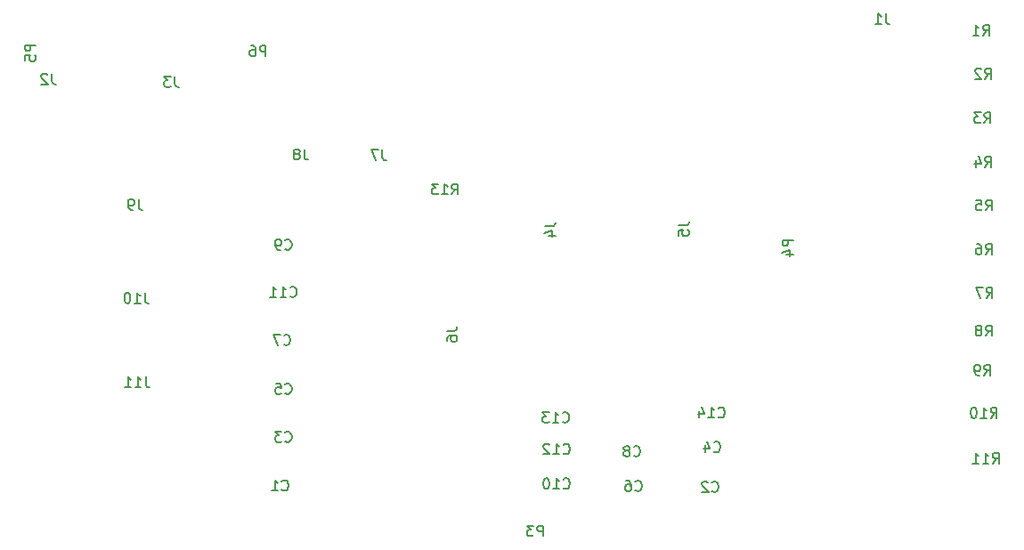
<source format=gbr>
G04 #@! TF.GenerationSoftware,KiCad,Pcbnew,(5.1.5-0-10_14)*
G04 #@! TF.CreationDate,2021-10-24T15:57:11+10:00*
G04 #@! TF.ProjectId,Hornet Forward Input Shield,486f726e-6574-4204-966f-727761726420,rev?*
G04 #@! TF.SameCoordinates,Original*
G04 #@! TF.FileFunction,Legend,Bot*
G04 #@! TF.FilePolarity,Positive*
%FSLAX46Y46*%
G04 Gerber Fmt 4.6, Leading zero omitted, Abs format (unit mm)*
G04 Created by KiCad (PCBNEW (5.1.5-0-10_14)) date 2021-10-24 15:57:11*
%MOMM*%
%LPD*%
G04 APERTURE LIST*
%ADD10C,0.150000*%
G04 APERTURE END LIST*
D10*
X166393880Y-100314166D02*
X167108166Y-100314166D01*
X167251023Y-100266547D01*
X167346261Y-100171309D01*
X167393880Y-100028452D01*
X167393880Y-99933214D01*
X166393880Y-101218928D02*
X166393880Y-101028452D01*
X166441500Y-100933214D01*
X166489119Y-100885595D01*
X166631976Y-100790357D01*
X166822452Y-100742738D01*
X167203404Y-100742738D01*
X167298642Y-100790357D01*
X167346261Y-100837976D01*
X167393880Y-100933214D01*
X167393880Y-101123690D01*
X167346261Y-101218928D01*
X167298642Y-101266547D01*
X167203404Y-101314166D01*
X166965309Y-101314166D01*
X166870071Y-101266547D01*
X166822452Y-101218928D01*
X166774833Y-101123690D01*
X166774833Y-100933214D01*
X166822452Y-100837976D01*
X166870071Y-100790357D01*
X166965309Y-100742738D01*
X152860333Y-83018380D02*
X152860333Y-83732666D01*
X152907952Y-83875523D01*
X153003190Y-83970761D01*
X153146047Y-84018380D01*
X153241285Y-84018380D01*
X152241285Y-83446952D02*
X152336523Y-83399333D01*
X152384142Y-83351714D01*
X152431761Y-83256476D01*
X152431761Y-83208857D01*
X152384142Y-83113619D01*
X152336523Y-83066000D01*
X152241285Y-83018380D01*
X152050809Y-83018380D01*
X151955571Y-83066000D01*
X151907952Y-83113619D01*
X151860333Y-83208857D01*
X151860333Y-83256476D01*
X151907952Y-83351714D01*
X151955571Y-83399333D01*
X152050809Y-83446952D01*
X152241285Y-83446952D01*
X152336523Y-83494571D01*
X152384142Y-83542190D01*
X152431761Y-83637428D01*
X152431761Y-83827904D01*
X152384142Y-83923142D01*
X152336523Y-83970761D01*
X152241285Y-84018380D01*
X152050809Y-84018380D01*
X151955571Y-83970761D01*
X151907952Y-83923142D01*
X151860333Y-83827904D01*
X151860333Y-83637428D01*
X151907952Y-83542190D01*
X151955571Y-83494571D01*
X152050809Y-83446952D01*
X166885857Y-87320380D02*
X167219190Y-86844190D01*
X167457285Y-87320380D02*
X167457285Y-86320380D01*
X167076333Y-86320380D01*
X166981095Y-86368000D01*
X166933476Y-86415619D01*
X166885857Y-86510857D01*
X166885857Y-86653714D01*
X166933476Y-86748952D01*
X166981095Y-86796571D01*
X167076333Y-86844190D01*
X167457285Y-86844190D01*
X165933476Y-87320380D02*
X166504904Y-87320380D01*
X166219190Y-87320380D02*
X166219190Y-86320380D01*
X166314428Y-86463238D01*
X166409666Y-86558476D01*
X166504904Y-86606095D01*
X165600142Y-86320380D02*
X164981095Y-86320380D01*
X165314428Y-86701333D01*
X165171571Y-86701333D01*
X165076333Y-86748952D01*
X165028714Y-86796571D01*
X164981095Y-86891809D01*
X164981095Y-87129904D01*
X165028714Y-87225142D01*
X165076333Y-87272761D01*
X165171571Y-87320380D01*
X165457285Y-87320380D01*
X165552523Y-87272761D01*
X165600142Y-87225142D01*
X160289833Y-83081880D02*
X160289833Y-83796166D01*
X160337452Y-83939023D01*
X160432690Y-84034261D01*
X160575547Y-84081880D01*
X160670785Y-84081880D01*
X159908880Y-83081880D02*
X159242214Y-83081880D01*
X159670785Y-84081880D01*
X140541333Y-76096880D02*
X140541333Y-76811166D01*
X140588952Y-76954023D01*
X140684190Y-77049261D01*
X140827047Y-77096880D01*
X140922285Y-77096880D01*
X140160380Y-76096880D02*
X139541333Y-76096880D01*
X139874666Y-76477833D01*
X139731809Y-76477833D01*
X139636571Y-76525452D01*
X139588952Y-76573071D01*
X139541333Y-76668309D01*
X139541333Y-76906404D01*
X139588952Y-77001642D01*
X139636571Y-77049261D01*
X139731809Y-77096880D01*
X140017523Y-77096880D01*
X140112761Y-77049261D01*
X140160380Y-77001642D01*
X128857333Y-75842880D02*
X128857333Y-76557166D01*
X128904952Y-76700023D01*
X129000190Y-76795261D01*
X129143047Y-76842880D01*
X129238285Y-76842880D01*
X128428761Y-75938119D02*
X128381142Y-75890500D01*
X128285904Y-75842880D01*
X128047809Y-75842880D01*
X127952571Y-75890500D01*
X127904952Y-75938119D01*
X127857333Y-76033357D01*
X127857333Y-76128595D01*
X127904952Y-76271452D01*
X128476380Y-76842880D01*
X127857333Y-76842880D01*
X137779023Y-104671880D02*
X137779023Y-105386166D01*
X137826642Y-105529023D01*
X137921880Y-105624261D01*
X138064738Y-105671880D01*
X138159976Y-105671880D01*
X136779023Y-105671880D02*
X137350452Y-105671880D01*
X137064738Y-105671880D02*
X137064738Y-104671880D01*
X137159976Y-104814738D01*
X137255214Y-104909976D01*
X137350452Y-104957595D01*
X135826642Y-105671880D02*
X136398071Y-105671880D01*
X136112357Y-105671880D02*
X136112357Y-104671880D01*
X136207595Y-104814738D01*
X136302833Y-104909976D01*
X136398071Y-104957595D01*
X137716023Y-96670880D02*
X137716023Y-97385166D01*
X137763642Y-97528023D01*
X137858880Y-97623261D01*
X138001738Y-97670880D01*
X138096976Y-97670880D01*
X136716023Y-97670880D02*
X137287452Y-97670880D01*
X137001738Y-97670880D02*
X137001738Y-96670880D01*
X137096976Y-96813738D01*
X137192214Y-96908976D01*
X137287452Y-96956595D01*
X136096976Y-96670880D02*
X136001738Y-96670880D01*
X135906500Y-96718500D01*
X135858880Y-96766119D01*
X135811261Y-96861357D01*
X135763642Y-97051833D01*
X135763642Y-97289928D01*
X135811261Y-97480404D01*
X135858880Y-97575642D01*
X135906500Y-97623261D01*
X136001738Y-97670880D01*
X136096976Y-97670880D01*
X136192214Y-97623261D01*
X136239833Y-97575642D01*
X136287452Y-97480404D01*
X136335071Y-97289928D01*
X136335071Y-97051833D01*
X136287452Y-96861357D01*
X136239833Y-96766119D01*
X136192214Y-96718500D01*
X136096976Y-96670880D01*
X137112333Y-87780880D02*
X137112333Y-88495166D01*
X137159952Y-88638023D01*
X137255190Y-88733261D01*
X137398047Y-88780880D01*
X137493285Y-88780880D01*
X136588523Y-88780880D02*
X136398047Y-88780880D01*
X136302809Y-88733261D01*
X136255190Y-88685642D01*
X136159952Y-88542785D01*
X136112333Y-88352309D01*
X136112333Y-87971357D01*
X136159952Y-87876119D01*
X136207571Y-87828500D01*
X136302809Y-87780880D01*
X136493285Y-87780880D01*
X136588523Y-87828500D01*
X136636142Y-87876119D01*
X136683761Y-87971357D01*
X136683761Y-88209452D01*
X136636142Y-88304690D01*
X136588523Y-88352309D01*
X136493285Y-88399928D01*
X136302809Y-88399928D01*
X136207571Y-88352309D01*
X136159952Y-88304690D01*
X136112333Y-88209452D01*
X192222857Y-108479542D02*
X192270476Y-108527161D01*
X192413333Y-108574780D01*
X192508571Y-108574780D01*
X192651428Y-108527161D01*
X192746666Y-108431923D01*
X192794285Y-108336685D01*
X192841904Y-108146209D01*
X192841904Y-108003352D01*
X192794285Y-107812876D01*
X192746666Y-107717638D01*
X192651428Y-107622400D01*
X192508571Y-107574780D01*
X192413333Y-107574780D01*
X192270476Y-107622400D01*
X192222857Y-107670019D01*
X191270476Y-108574780D02*
X191841904Y-108574780D01*
X191556190Y-108574780D02*
X191556190Y-107574780D01*
X191651428Y-107717638D01*
X191746666Y-107812876D01*
X191841904Y-107860495D01*
X190413333Y-107908114D02*
X190413333Y-108574780D01*
X190651428Y-107527161D02*
X190889523Y-108241447D01*
X190270476Y-108241447D01*
X177426357Y-108942142D02*
X177473976Y-108989761D01*
X177616833Y-109037380D01*
X177712071Y-109037380D01*
X177854928Y-108989761D01*
X177950166Y-108894523D01*
X177997785Y-108799285D01*
X178045404Y-108608809D01*
X178045404Y-108465952D01*
X177997785Y-108275476D01*
X177950166Y-108180238D01*
X177854928Y-108085000D01*
X177712071Y-108037380D01*
X177616833Y-108037380D01*
X177473976Y-108085000D01*
X177426357Y-108132619D01*
X176473976Y-109037380D02*
X177045404Y-109037380D01*
X176759690Y-109037380D02*
X176759690Y-108037380D01*
X176854928Y-108180238D01*
X176950166Y-108275476D01*
X177045404Y-108323095D01*
X176140642Y-108037380D02*
X175521595Y-108037380D01*
X175854928Y-108418333D01*
X175712071Y-108418333D01*
X175616833Y-108465952D01*
X175569214Y-108513571D01*
X175521595Y-108608809D01*
X175521595Y-108846904D01*
X175569214Y-108942142D01*
X175616833Y-108989761D01*
X175712071Y-109037380D01*
X175997785Y-109037380D01*
X176093023Y-108989761D01*
X176140642Y-108942142D01*
X177490857Y-111953342D02*
X177538476Y-112000961D01*
X177681333Y-112048580D01*
X177776571Y-112048580D01*
X177919428Y-112000961D01*
X178014666Y-111905723D01*
X178062285Y-111810485D01*
X178109904Y-111620009D01*
X178109904Y-111477152D01*
X178062285Y-111286676D01*
X178014666Y-111191438D01*
X177919428Y-111096200D01*
X177776571Y-111048580D01*
X177681333Y-111048580D01*
X177538476Y-111096200D01*
X177490857Y-111143819D01*
X176538476Y-112048580D02*
X177109904Y-112048580D01*
X176824190Y-112048580D02*
X176824190Y-111048580D01*
X176919428Y-111191438D01*
X177014666Y-111286676D01*
X177109904Y-111334295D01*
X176157523Y-111143819D02*
X176109904Y-111096200D01*
X176014666Y-111048580D01*
X175776571Y-111048580D01*
X175681333Y-111096200D01*
X175633714Y-111143819D01*
X175586095Y-111239057D01*
X175586095Y-111334295D01*
X175633714Y-111477152D01*
X176205142Y-112048580D01*
X175586095Y-112048580D01*
X151518357Y-97004142D02*
X151565976Y-97051761D01*
X151708833Y-97099380D01*
X151804071Y-97099380D01*
X151946928Y-97051761D01*
X152042166Y-96956523D01*
X152089785Y-96861285D01*
X152137404Y-96670809D01*
X152137404Y-96527952D01*
X152089785Y-96337476D01*
X152042166Y-96242238D01*
X151946928Y-96147000D01*
X151804071Y-96099380D01*
X151708833Y-96099380D01*
X151565976Y-96147000D01*
X151518357Y-96194619D01*
X150565976Y-97099380D02*
X151137404Y-97099380D01*
X150851690Y-97099380D02*
X150851690Y-96099380D01*
X150946928Y-96242238D01*
X151042166Y-96337476D01*
X151137404Y-96385095D01*
X149613595Y-97099380D02*
X150185023Y-97099380D01*
X149899309Y-97099380D02*
X149899309Y-96099380D01*
X149994547Y-96242238D01*
X150089785Y-96337476D01*
X150185023Y-96385095D01*
X177490857Y-115238242D02*
X177538476Y-115285861D01*
X177681333Y-115333480D01*
X177776571Y-115333480D01*
X177919428Y-115285861D01*
X178014666Y-115190623D01*
X178062285Y-115095385D01*
X178109904Y-114904909D01*
X178109904Y-114762052D01*
X178062285Y-114571576D01*
X178014666Y-114476338D01*
X177919428Y-114381100D01*
X177776571Y-114333480D01*
X177681333Y-114333480D01*
X177538476Y-114381100D01*
X177490857Y-114428719D01*
X176538476Y-115333480D02*
X177109904Y-115333480D01*
X176824190Y-115333480D02*
X176824190Y-114333480D01*
X176919428Y-114476338D01*
X177014666Y-114571576D01*
X177109904Y-114619195D01*
X175919428Y-114333480D02*
X175824190Y-114333480D01*
X175728952Y-114381100D01*
X175681333Y-114428719D01*
X175633714Y-114523957D01*
X175586095Y-114714433D01*
X175586095Y-114952528D01*
X175633714Y-115143004D01*
X175681333Y-115238242D01*
X175728952Y-115285861D01*
X175824190Y-115333480D01*
X175919428Y-115333480D01*
X176014666Y-115285861D01*
X176062285Y-115238242D01*
X176109904Y-115143004D01*
X176157523Y-114952528D01*
X176157523Y-114714433D01*
X176109904Y-114523957D01*
X176062285Y-114428719D01*
X176014666Y-114381100D01*
X175919428Y-114333480D01*
X151042166Y-92495642D02*
X151089785Y-92543261D01*
X151232642Y-92590880D01*
X151327880Y-92590880D01*
X151470738Y-92543261D01*
X151565976Y-92448023D01*
X151613595Y-92352785D01*
X151661214Y-92162309D01*
X151661214Y-92019452D01*
X151613595Y-91828976D01*
X151565976Y-91733738D01*
X151470738Y-91638500D01*
X151327880Y-91590880D01*
X151232642Y-91590880D01*
X151089785Y-91638500D01*
X151042166Y-91686119D01*
X150565976Y-92590880D02*
X150375500Y-92590880D01*
X150280261Y-92543261D01*
X150232642Y-92495642D01*
X150137404Y-92352785D01*
X150089785Y-92162309D01*
X150089785Y-91781357D01*
X150137404Y-91686119D01*
X150185023Y-91638500D01*
X150280261Y-91590880D01*
X150470738Y-91590880D01*
X150565976Y-91638500D01*
X150613595Y-91686119D01*
X150661214Y-91781357D01*
X150661214Y-92019452D01*
X150613595Y-92114690D01*
X150565976Y-92162309D01*
X150470738Y-92209928D01*
X150280261Y-92209928D01*
X150185023Y-92162309D01*
X150137404Y-92114690D01*
X150089785Y-92019452D01*
X184189666Y-112171042D02*
X184237285Y-112218661D01*
X184380142Y-112266280D01*
X184475380Y-112266280D01*
X184618238Y-112218661D01*
X184713476Y-112123423D01*
X184761095Y-112028185D01*
X184808714Y-111837709D01*
X184808714Y-111694852D01*
X184761095Y-111504376D01*
X184713476Y-111409138D01*
X184618238Y-111313900D01*
X184475380Y-111266280D01*
X184380142Y-111266280D01*
X184237285Y-111313900D01*
X184189666Y-111361519D01*
X183618238Y-111694852D02*
X183713476Y-111647233D01*
X183761095Y-111599614D01*
X183808714Y-111504376D01*
X183808714Y-111456757D01*
X183761095Y-111361519D01*
X183713476Y-111313900D01*
X183618238Y-111266280D01*
X183427761Y-111266280D01*
X183332523Y-111313900D01*
X183284904Y-111361519D01*
X183237285Y-111456757D01*
X183237285Y-111504376D01*
X183284904Y-111599614D01*
X183332523Y-111647233D01*
X183427761Y-111694852D01*
X183618238Y-111694852D01*
X183713476Y-111742471D01*
X183761095Y-111790090D01*
X183808714Y-111885328D01*
X183808714Y-112075804D01*
X183761095Y-112171042D01*
X183713476Y-112218661D01*
X183618238Y-112266280D01*
X183427761Y-112266280D01*
X183332523Y-112218661D01*
X183284904Y-112171042D01*
X183237285Y-112075804D01*
X183237285Y-111885328D01*
X183284904Y-111790090D01*
X183332523Y-111742471D01*
X183427761Y-111694852D01*
X150915166Y-101576142D02*
X150962785Y-101623761D01*
X151105642Y-101671380D01*
X151200880Y-101671380D01*
X151343738Y-101623761D01*
X151438976Y-101528523D01*
X151486595Y-101433285D01*
X151534214Y-101242809D01*
X151534214Y-101099952D01*
X151486595Y-100909476D01*
X151438976Y-100814238D01*
X151343738Y-100719000D01*
X151200880Y-100671380D01*
X151105642Y-100671380D01*
X150962785Y-100719000D01*
X150915166Y-100766619D01*
X150581833Y-100671380D02*
X149915166Y-100671380D01*
X150343738Y-101671380D01*
X184340666Y-115454942D02*
X184388285Y-115502561D01*
X184531142Y-115550180D01*
X184626380Y-115550180D01*
X184769238Y-115502561D01*
X184864476Y-115407323D01*
X184912095Y-115312085D01*
X184959714Y-115121609D01*
X184959714Y-114978752D01*
X184912095Y-114788276D01*
X184864476Y-114693038D01*
X184769238Y-114597800D01*
X184626380Y-114550180D01*
X184531142Y-114550180D01*
X184388285Y-114597800D01*
X184340666Y-114645419D01*
X183483523Y-114550180D02*
X183674000Y-114550180D01*
X183769238Y-114597800D01*
X183816857Y-114645419D01*
X183912095Y-114788276D01*
X183959714Y-114978752D01*
X183959714Y-115359704D01*
X183912095Y-115454942D01*
X183864476Y-115502561D01*
X183769238Y-115550180D01*
X183578761Y-115550180D01*
X183483523Y-115502561D01*
X183435904Y-115454942D01*
X183388285Y-115359704D01*
X183388285Y-115121609D01*
X183435904Y-115026371D01*
X183483523Y-114978752D01*
X183578761Y-114931133D01*
X183769238Y-114931133D01*
X183864476Y-114978752D01*
X183912095Y-115026371D01*
X183959714Y-115121609D01*
X151042166Y-106211642D02*
X151089785Y-106259261D01*
X151232642Y-106306880D01*
X151327880Y-106306880D01*
X151470738Y-106259261D01*
X151565976Y-106164023D01*
X151613595Y-106068785D01*
X151661214Y-105878309D01*
X151661214Y-105735452D01*
X151613595Y-105544976D01*
X151565976Y-105449738D01*
X151470738Y-105354500D01*
X151327880Y-105306880D01*
X151232642Y-105306880D01*
X151089785Y-105354500D01*
X151042166Y-105402119D01*
X150137404Y-105306880D02*
X150613595Y-105306880D01*
X150661214Y-105783071D01*
X150613595Y-105735452D01*
X150518357Y-105687833D01*
X150280261Y-105687833D01*
X150185023Y-105735452D01*
X150137404Y-105783071D01*
X150089785Y-105878309D01*
X150089785Y-106116404D01*
X150137404Y-106211642D01*
X150185023Y-106259261D01*
X150280261Y-106306880D01*
X150518357Y-106306880D01*
X150613595Y-106259261D01*
X150661214Y-106211642D01*
X191809666Y-111753642D02*
X191857285Y-111801261D01*
X192000142Y-111848880D01*
X192095380Y-111848880D01*
X192238238Y-111801261D01*
X192333476Y-111706023D01*
X192381095Y-111610785D01*
X192428714Y-111420309D01*
X192428714Y-111277452D01*
X192381095Y-111086976D01*
X192333476Y-110991738D01*
X192238238Y-110896500D01*
X192095380Y-110848880D01*
X192000142Y-110848880D01*
X191857285Y-110896500D01*
X191809666Y-110944119D01*
X190952523Y-111182214D02*
X190952523Y-111848880D01*
X191190619Y-110801261D02*
X191428714Y-111515547D01*
X190809666Y-111515547D01*
X151042166Y-110783642D02*
X151089785Y-110831261D01*
X151232642Y-110878880D01*
X151327880Y-110878880D01*
X151470738Y-110831261D01*
X151565976Y-110736023D01*
X151613595Y-110640785D01*
X151661214Y-110450309D01*
X151661214Y-110307452D01*
X151613595Y-110116976D01*
X151565976Y-110021738D01*
X151470738Y-109926500D01*
X151327880Y-109878880D01*
X151232642Y-109878880D01*
X151089785Y-109926500D01*
X151042166Y-109974119D01*
X150708833Y-109878880D02*
X150089785Y-109878880D01*
X150423119Y-110259833D01*
X150280261Y-110259833D01*
X150185023Y-110307452D01*
X150137404Y-110355071D01*
X150089785Y-110450309D01*
X150089785Y-110688404D01*
X150137404Y-110783642D01*
X150185023Y-110831261D01*
X150280261Y-110878880D01*
X150565976Y-110878880D01*
X150661214Y-110831261D01*
X150708833Y-110783642D01*
X191619166Y-115546642D02*
X191666785Y-115594261D01*
X191809642Y-115641880D01*
X191904880Y-115641880D01*
X192047738Y-115594261D01*
X192142976Y-115499023D01*
X192190595Y-115403785D01*
X192238214Y-115213309D01*
X192238214Y-115070452D01*
X192190595Y-114879976D01*
X192142976Y-114784738D01*
X192047738Y-114689500D01*
X191904880Y-114641880D01*
X191809642Y-114641880D01*
X191666785Y-114689500D01*
X191619166Y-114737119D01*
X191238214Y-114737119D02*
X191190595Y-114689500D01*
X191095357Y-114641880D01*
X190857261Y-114641880D01*
X190762023Y-114689500D01*
X190714404Y-114737119D01*
X190666785Y-114832357D01*
X190666785Y-114927595D01*
X190714404Y-115070452D01*
X191285833Y-115641880D01*
X190666785Y-115641880D01*
X150724666Y-115419142D02*
X150772285Y-115466761D01*
X150915142Y-115514380D01*
X151010380Y-115514380D01*
X151153238Y-115466761D01*
X151248476Y-115371523D01*
X151296095Y-115276285D01*
X151343714Y-115085809D01*
X151343714Y-114942952D01*
X151296095Y-114752476D01*
X151248476Y-114657238D01*
X151153238Y-114562000D01*
X151010380Y-114514380D01*
X150915142Y-114514380D01*
X150772285Y-114562000D01*
X150724666Y-114609619D01*
X149772285Y-115514380D02*
X150343714Y-115514380D01*
X150058000Y-115514380D02*
X150058000Y-114514380D01*
X150153238Y-114657238D01*
X150248476Y-114752476D01*
X150343714Y-114800095D01*
X127325380Y-73112404D02*
X126325380Y-73112404D01*
X126325380Y-73493357D01*
X126373000Y-73588595D01*
X126420619Y-73636214D01*
X126515857Y-73683833D01*
X126658714Y-73683833D01*
X126753952Y-73636214D01*
X126801571Y-73588595D01*
X126849190Y-73493357D01*
X126849190Y-73112404D01*
X126325380Y-74588595D02*
X126325380Y-74112404D01*
X126801571Y-74064785D01*
X126753952Y-74112404D01*
X126706333Y-74207642D01*
X126706333Y-74445738D01*
X126753952Y-74540976D01*
X126801571Y-74588595D01*
X126896809Y-74636214D01*
X127134904Y-74636214D01*
X127230142Y-74588595D01*
X127277761Y-74540976D01*
X127325380Y-74445738D01*
X127325380Y-74207642D01*
X127277761Y-74112404D01*
X127230142Y-74064785D01*
X218320857Y-112910880D02*
X218654190Y-112434690D01*
X218892285Y-112910880D02*
X218892285Y-111910880D01*
X218511333Y-111910880D01*
X218416095Y-111958500D01*
X218368476Y-112006119D01*
X218320857Y-112101357D01*
X218320857Y-112244214D01*
X218368476Y-112339452D01*
X218416095Y-112387071D01*
X218511333Y-112434690D01*
X218892285Y-112434690D01*
X217368476Y-112910880D02*
X217939904Y-112910880D01*
X217654190Y-112910880D02*
X217654190Y-111910880D01*
X217749428Y-112053738D01*
X217844666Y-112148976D01*
X217939904Y-112196595D01*
X216416095Y-112910880D02*
X216987523Y-112910880D01*
X216701809Y-112910880D02*
X216701809Y-111910880D01*
X216797047Y-112053738D01*
X216892285Y-112148976D01*
X216987523Y-112196595D01*
X218130357Y-108592880D02*
X218463690Y-108116690D01*
X218701785Y-108592880D02*
X218701785Y-107592880D01*
X218320833Y-107592880D01*
X218225595Y-107640500D01*
X218177976Y-107688119D01*
X218130357Y-107783357D01*
X218130357Y-107926214D01*
X218177976Y-108021452D01*
X218225595Y-108069071D01*
X218320833Y-108116690D01*
X218701785Y-108116690D01*
X217177976Y-108592880D02*
X217749404Y-108592880D01*
X217463690Y-108592880D02*
X217463690Y-107592880D01*
X217558928Y-107735738D01*
X217654166Y-107830976D01*
X217749404Y-107878595D01*
X216558928Y-107592880D02*
X216463690Y-107592880D01*
X216368452Y-107640500D01*
X216320833Y-107688119D01*
X216273214Y-107783357D01*
X216225595Y-107973833D01*
X216225595Y-108211928D01*
X216273214Y-108402404D01*
X216320833Y-108497642D01*
X216368452Y-108545261D01*
X216463690Y-108592880D01*
X216558928Y-108592880D01*
X216654166Y-108545261D01*
X216701785Y-108497642D01*
X216749404Y-108402404D01*
X216797023Y-108211928D01*
X216797023Y-107973833D01*
X216749404Y-107783357D01*
X216701785Y-107688119D01*
X216654166Y-107640500D01*
X216558928Y-107592880D01*
X217527166Y-104528880D02*
X217860500Y-104052690D01*
X218098595Y-104528880D02*
X218098595Y-103528880D01*
X217717642Y-103528880D01*
X217622404Y-103576500D01*
X217574785Y-103624119D01*
X217527166Y-103719357D01*
X217527166Y-103862214D01*
X217574785Y-103957452D01*
X217622404Y-104005071D01*
X217717642Y-104052690D01*
X218098595Y-104052690D01*
X217050976Y-104528880D02*
X216860500Y-104528880D01*
X216765261Y-104481261D01*
X216717642Y-104433642D01*
X216622404Y-104290785D01*
X216574785Y-104100309D01*
X216574785Y-103719357D01*
X216622404Y-103624119D01*
X216670023Y-103576500D01*
X216765261Y-103528880D01*
X216955738Y-103528880D01*
X217050976Y-103576500D01*
X217098595Y-103624119D01*
X217146214Y-103719357D01*
X217146214Y-103957452D01*
X217098595Y-104052690D01*
X217050976Y-104100309D01*
X216955738Y-104147928D01*
X216765261Y-104147928D01*
X216670023Y-104100309D01*
X216622404Y-104052690D01*
X216574785Y-103957452D01*
X217654166Y-100782380D02*
X217987500Y-100306190D01*
X218225595Y-100782380D02*
X218225595Y-99782380D01*
X217844642Y-99782380D01*
X217749404Y-99830000D01*
X217701785Y-99877619D01*
X217654166Y-99972857D01*
X217654166Y-100115714D01*
X217701785Y-100210952D01*
X217749404Y-100258571D01*
X217844642Y-100306190D01*
X218225595Y-100306190D01*
X217082738Y-100210952D02*
X217177976Y-100163333D01*
X217225595Y-100115714D01*
X217273214Y-100020476D01*
X217273214Y-99972857D01*
X217225595Y-99877619D01*
X217177976Y-99830000D01*
X217082738Y-99782380D01*
X216892261Y-99782380D01*
X216797023Y-99830000D01*
X216749404Y-99877619D01*
X216701785Y-99972857D01*
X216701785Y-100020476D01*
X216749404Y-100115714D01*
X216797023Y-100163333D01*
X216892261Y-100210952D01*
X217082738Y-100210952D01*
X217177976Y-100258571D01*
X217225595Y-100306190D01*
X217273214Y-100401428D01*
X217273214Y-100591904D01*
X217225595Y-100687142D01*
X217177976Y-100734761D01*
X217082738Y-100782380D01*
X216892261Y-100782380D01*
X216797023Y-100734761D01*
X216749404Y-100687142D01*
X216701785Y-100591904D01*
X216701785Y-100401428D01*
X216749404Y-100306190D01*
X216797023Y-100258571D01*
X216892261Y-100210952D01*
X217717666Y-97162880D02*
X218051000Y-96686690D01*
X218289095Y-97162880D02*
X218289095Y-96162880D01*
X217908142Y-96162880D01*
X217812904Y-96210500D01*
X217765285Y-96258119D01*
X217717666Y-96353357D01*
X217717666Y-96496214D01*
X217765285Y-96591452D01*
X217812904Y-96639071D01*
X217908142Y-96686690D01*
X218289095Y-96686690D01*
X217384333Y-96162880D02*
X216717666Y-96162880D01*
X217146238Y-97162880D01*
X217654166Y-93035380D02*
X217987500Y-92559190D01*
X218225595Y-93035380D02*
X218225595Y-92035380D01*
X217844642Y-92035380D01*
X217749404Y-92083000D01*
X217701785Y-92130619D01*
X217654166Y-92225857D01*
X217654166Y-92368714D01*
X217701785Y-92463952D01*
X217749404Y-92511571D01*
X217844642Y-92559190D01*
X218225595Y-92559190D01*
X216797023Y-92035380D02*
X216987500Y-92035380D01*
X217082738Y-92083000D01*
X217130357Y-92130619D01*
X217225595Y-92273476D01*
X217273214Y-92463952D01*
X217273214Y-92844904D01*
X217225595Y-92940142D01*
X217177976Y-92987761D01*
X217082738Y-93035380D01*
X216892261Y-93035380D01*
X216797023Y-92987761D01*
X216749404Y-92940142D01*
X216701785Y-92844904D01*
X216701785Y-92606809D01*
X216749404Y-92511571D01*
X216797023Y-92463952D01*
X216892261Y-92416333D01*
X217082738Y-92416333D01*
X217177976Y-92463952D01*
X217225595Y-92511571D01*
X217273214Y-92606809D01*
X217654166Y-88844380D02*
X217987500Y-88368190D01*
X218225595Y-88844380D02*
X218225595Y-87844380D01*
X217844642Y-87844380D01*
X217749404Y-87892000D01*
X217701785Y-87939619D01*
X217654166Y-88034857D01*
X217654166Y-88177714D01*
X217701785Y-88272952D01*
X217749404Y-88320571D01*
X217844642Y-88368190D01*
X218225595Y-88368190D01*
X216749404Y-87844380D02*
X217225595Y-87844380D01*
X217273214Y-88320571D01*
X217225595Y-88272952D01*
X217130357Y-88225333D01*
X216892261Y-88225333D01*
X216797023Y-88272952D01*
X216749404Y-88320571D01*
X216701785Y-88415809D01*
X216701785Y-88653904D01*
X216749404Y-88749142D01*
X216797023Y-88796761D01*
X216892261Y-88844380D01*
X217130357Y-88844380D01*
X217225595Y-88796761D01*
X217273214Y-88749142D01*
X217590666Y-84716880D02*
X217924000Y-84240690D01*
X218162095Y-84716880D02*
X218162095Y-83716880D01*
X217781142Y-83716880D01*
X217685904Y-83764500D01*
X217638285Y-83812119D01*
X217590666Y-83907357D01*
X217590666Y-84050214D01*
X217638285Y-84145452D01*
X217685904Y-84193071D01*
X217781142Y-84240690D01*
X218162095Y-84240690D01*
X216733523Y-84050214D02*
X216733523Y-84716880D01*
X216971619Y-83669261D02*
X217209714Y-84383547D01*
X216590666Y-84383547D01*
X217527166Y-80525880D02*
X217860500Y-80049690D01*
X218098595Y-80525880D02*
X218098595Y-79525880D01*
X217717642Y-79525880D01*
X217622404Y-79573500D01*
X217574785Y-79621119D01*
X217527166Y-79716357D01*
X217527166Y-79859214D01*
X217574785Y-79954452D01*
X217622404Y-80002071D01*
X217717642Y-80049690D01*
X218098595Y-80049690D01*
X217193833Y-79525880D02*
X216574785Y-79525880D01*
X216908119Y-79906833D01*
X216765261Y-79906833D01*
X216670023Y-79954452D01*
X216622404Y-80002071D01*
X216574785Y-80097309D01*
X216574785Y-80335404D01*
X216622404Y-80430642D01*
X216670023Y-80478261D01*
X216765261Y-80525880D01*
X217050976Y-80525880D01*
X217146214Y-80478261D01*
X217193833Y-80430642D01*
X217590666Y-76334880D02*
X217924000Y-75858690D01*
X218162095Y-76334880D02*
X218162095Y-75334880D01*
X217781142Y-75334880D01*
X217685904Y-75382500D01*
X217638285Y-75430119D01*
X217590666Y-75525357D01*
X217590666Y-75668214D01*
X217638285Y-75763452D01*
X217685904Y-75811071D01*
X217781142Y-75858690D01*
X218162095Y-75858690D01*
X217209714Y-75430119D02*
X217162095Y-75382500D01*
X217066857Y-75334880D01*
X216828761Y-75334880D01*
X216733523Y-75382500D01*
X216685904Y-75430119D01*
X216638285Y-75525357D01*
X216638285Y-75620595D01*
X216685904Y-75763452D01*
X217257333Y-76334880D01*
X216638285Y-76334880D01*
X217400166Y-72207380D02*
X217733500Y-71731190D01*
X217971595Y-72207380D02*
X217971595Y-71207380D01*
X217590642Y-71207380D01*
X217495404Y-71255000D01*
X217447785Y-71302619D01*
X217400166Y-71397857D01*
X217400166Y-71540714D01*
X217447785Y-71635952D01*
X217495404Y-71683571D01*
X217590642Y-71731190D01*
X217971595Y-71731190D01*
X216447785Y-72207380D02*
X217019214Y-72207380D01*
X216733500Y-72207380D02*
X216733500Y-71207380D01*
X216828738Y-71350238D01*
X216923976Y-71445476D01*
X217019214Y-71493095D01*
X188427880Y-90281166D02*
X189142166Y-90281166D01*
X189285023Y-90233547D01*
X189380261Y-90138309D01*
X189427880Y-89995452D01*
X189427880Y-89900214D01*
X188427880Y-91233547D02*
X188427880Y-90757357D01*
X188904071Y-90709738D01*
X188856452Y-90757357D01*
X188808833Y-90852595D01*
X188808833Y-91090690D01*
X188856452Y-91185928D01*
X188904071Y-91233547D01*
X188999309Y-91281166D01*
X189237404Y-91281166D01*
X189332642Y-91233547D01*
X189380261Y-91185928D01*
X189427880Y-91090690D01*
X189427880Y-90852595D01*
X189380261Y-90757357D01*
X189332642Y-90709738D01*
X175727880Y-90344666D02*
X176442166Y-90344666D01*
X176585023Y-90297047D01*
X176680261Y-90201809D01*
X176727880Y-90058952D01*
X176727880Y-89963714D01*
X176061214Y-91249428D02*
X176727880Y-91249428D01*
X175680261Y-91011333D02*
X176394547Y-90773238D01*
X176394547Y-91392285D01*
X208168833Y-70127880D02*
X208168833Y-70842166D01*
X208216452Y-70985023D01*
X208311690Y-71080261D01*
X208454547Y-71127880D01*
X208549785Y-71127880D01*
X207168833Y-71127880D02*
X207740261Y-71127880D01*
X207454547Y-71127880D02*
X207454547Y-70127880D01*
X207549785Y-70270738D01*
X207645023Y-70365976D01*
X207740261Y-70413595D01*
X199334380Y-91654404D02*
X198334380Y-91654404D01*
X198334380Y-92035357D01*
X198382000Y-92130595D01*
X198429619Y-92178214D01*
X198524857Y-92225833D01*
X198667714Y-92225833D01*
X198762952Y-92178214D01*
X198810571Y-92130595D01*
X198858190Y-92035357D01*
X198858190Y-91654404D01*
X198667714Y-93082976D02*
X199334380Y-93082976D01*
X198286761Y-92844880D02*
X199001047Y-92606785D01*
X199001047Y-93225833D01*
X175553595Y-119832380D02*
X175553595Y-118832380D01*
X175172642Y-118832380D01*
X175077404Y-118880000D01*
X175029785Y-118927619D01*
X174982166Y-119022857D01*
X174982166Y-119165714D01*
X175029785Y-119260952D01*
X175077404Y-119308571D01*
X175172642Y-119356190D01*
X175553595Y-119356190D01*
X174648833Y-118832380D02*
X174029785Y-118832380D01*
X174363119Y-119213333D01*
X174220261Y-119213333D01*
X174125023Y-119260952D01*
X174077404Y-119308571D01*
X174029785Y-119403809D01*
X174029785Y-119641904D01*
X174077404Y-119737142D01*
X174125023Y-119784761D01*
X174220261Y-119832380D01*
X174505976Y-119832380D01*
X174601214Y-119784761D01*
X174648833Y-119737142D01*
X149201095Y-74175880D02*
X149201095Y-73175880D01*
X148820142Y-73175880D01*
X148724904Y-73223500D01*
X148677285Y-73271119D01*
X148629666Y-73366357D01*
X148629666Y-73509214D01*
X148677285Y-73604452D01*
X148724904Y-73652071D01*
X148820142Y-73699690D01*
X149201095Y-73699690D01*
X147772523Y-73175880D02*
X147963000Y-73175880D01*
X148058238Y-73223500D01*
X148105857Y-73271119D01*
X148201095Y-73413976D01*
X148248714Y-73604452D01*
X148248714Y-73985404D01*
X148201095Y-74080642D01*
X148153476Y-74128261D01*
X148058238Y-74175880D01*
X147867761Y-74175880D01*
X147772523Y-74128261D01*
X147724904Y-74080642D01*
X147677285Y-73985404D01*
X147677285Y-73747309D01*
X147724904Y-73652071D01*
X147772523Y-73604452D01*
X147867761Y-73556833D01*
X148058238Y-73556833D01*
X148153476Y-73604452D01*
X148201095Y-73652071D01*
X148248714Y-73747309D01*
M02*

</source>
